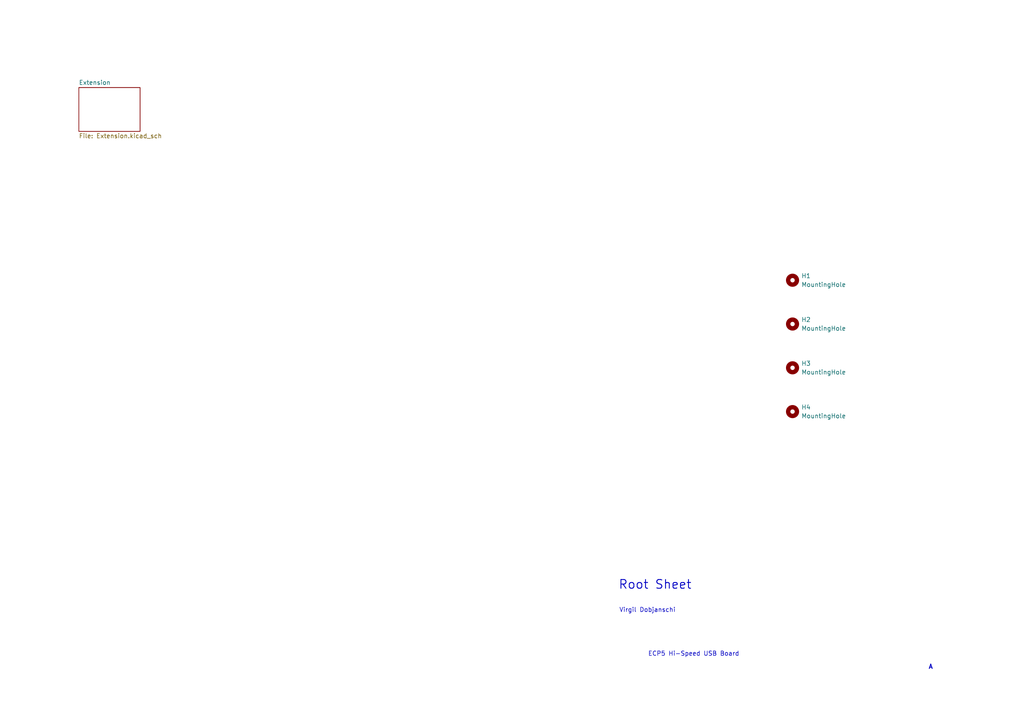
<source format=kicad_sch>
(kicad_sch (version 20231120) (generator "eeschema") (generator_version "8.0")
  (paper "A4")
  (lib_symbols
    (symbol "Mechanical:MountingHole" (pin_names (offset 1.016)) (exclude_from_sim yes) (in_bom no)
      (property "Reference" "H" (at 0 5.08 0))
      (property "Value" "MountingHole" (at 0 3.175 0))
      (symbol "MountingHole_0_1"
        (circle (center 0 0) (radius 1.27) (stroke (width 1.27)))
      )
    )
  )
  (text "ECP5 Hi-Speed USB Board" (at 187.96 190.5 0) (effects (font (size 1.27 1.27)) (justify left bottom)))
  (text "Root Sheet" (at 179.324 171.196 0) (effects (font (size 2.54 2.54) (thickness 0.254) (bold yes)) (justify left bottom)))
  (text "Virgil Dobjanschi" (at 179.578 177.8 0) (effects (font (size 1.27 1.27)) (justify left bottom)))
  (text "A" (at 269.24 194.31 0) (effects (font (size 1.27 1.27) (thickness 0.254) (bold yes)) (justify left bottom)))
  (symbol (lib_id "Mechanical:MountingHole") (at 229.87 119.38 0) (unit 1) (in_bom no)
    (property "Reference" "H4" (at 232.41 118.1099 0) (effects (justify left)))
    (property "Value" "MountingHole" (at 232.41 120.6499 0) (effects (justify left)))
    (property "Footprint" "MountingHole:MountingHole_3.2mm_M3" (effects (hide yes)))
    (property "Description" "Mounting Hole without connection" (effects (hide yes)))
  )
  (symbol (lib_id "Mechanical:MountingHole") (at 229.87 81.28 0) (unit 1) (in_bom no)
    (property "Reference" "H1" (at 232.41 80.0099 0) (effects (justify left)))
    (property "Value" "MountingHole" (at 232.41 82.5499 0) (effects (justify left)))
    (property "Footprint" "MountingHole:MountingHole_3.2mm_M3" (effects (hide yes)))
    (property "Description" "Mounting Hole without connection" (effects (hide yes)))
  )
  (symbol (lib_id "Mechanical:MountingHole") (at 229.87 93.98 0) (unit 1) (in_bom no)
    (property "Reference" "H2" (at 232.41 92.7099 0) (effects (justify left)))
    (property "Value" "MountingHole" (at 232.41 95.2499 0) (effects (justify left)))
    (property "Footprint" "MountingHole:MountingHole_3.2mm_M3" (effects (hide yes)))
    (property "Description" "Mounting Hole without connection" (effects (hide yes)))
  )
  (symbol (lib_id "Mechanical:MountingHole") (at 229.87 106.68 0) (unit 1) (in_bom no)
    (property "Reference" "H3" (at 232.41 105.4099 0) (effects (justify left)))
    (property "Value" "MountingHole" (at 232.41 107.9499 0) (effects (justify left)))
    (property "Footprint" "MountingHole:MountingHole_3.2mm_M3" (effects (hide yes)))
    (property "Description" "Mounting Hole without connection" (effects (hide yes)))
  )
  (sheet (at 22.86 25.4) (size 17.78 12.7) (stroke (width 0.1524))
    (property "Sheetname" "Extension" (at 22.86 24.6884 0) (effects (justify left bottom)))
    (property "Sheetfile" "Extension.kicad_sch" (at 22.86 38.6846 0) (effects (justify left top)))
  )
)
</source>
